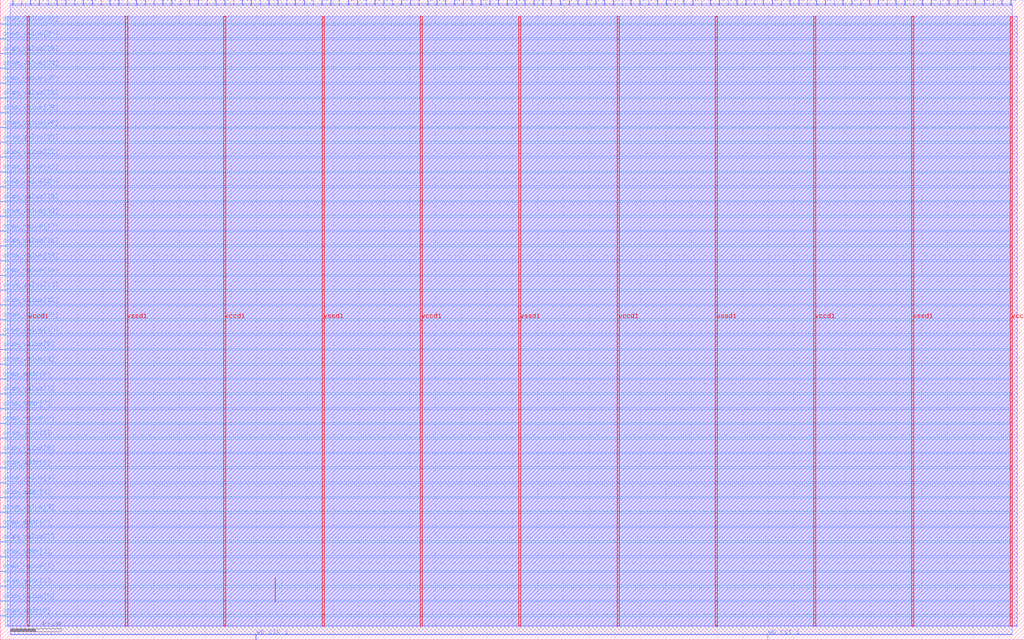
<source format=lef>
VERSION 5.7 ;
  NOWIREEXTENSIONATPIN ON ;
  DIVIDERCHAR "/" ;
  BUSBITCHARS "[]" ;
MACRO wrapped_tms1x00
  CLASS BLOCK ;
  FOREIGN wrapped_tms1x00 ;
  ORIGIN 0.000 0.000 ;
  SIZE 800.000 BY 500.000 ;
  PIN io_in[0]
    DIRECTION INPUT ;
    USE SIGNAL ;
    PORT
      LAYER met2 ;
        RECT 9.750 496.000 10.030 500.000 ;
    END
  END io_in[0]
  PIN io_in[10]
    DIRECTION INPUT ;
    USE SIGNAL ;
    PORT
      LAYER met2 ;
        RECT 216.750 496.000 217.030 500.000 ;
    END
  END io_in[10]
  PIN io_in[11]
    DIRECTION INPUT ;
    USE SIGNAL ;
    PORT
      LAYER met2 ;
        RECT 237.450 496.000 237.730 500.000 ;
    END
  END io_in[11]
  PIN io_in[12]
    DIRECTION INPUT ;
    USE SIGNAL ;
    PORT
      LAYER met2 ;
        RECT 258.150 496.000 258.430 500.000 ;
    END
  END io_in[12]
  PIN io_in[13]
    DIRECTION INPUT ;
    USE SIGNAL ;
    PORT
      LAYER met2 ;
        RECT 278.850 496.000 279.130 500.000 ;
    END
  END io_in[13]
  PIN io_in[14]
    DIRECTION INPUT ;
    USE SIGNAL ;
    PORT
      LAYER met2 ;
        RECT 299.550 496.000 299.830 500.000 ;
    END
  END io_in[14]
  PIN io_in[15]
    DIRECTION INPUT ;
    USE SIGNAL ;
    PORT
      LAYER met2 ;
        RECT 320.250 496.000 320.530 500.000 ;
    END
  END io_in[15]
  PIN io_in[16]
    DIRECTION INPUT ;
    USE SIGNAL ;
    PORT
      LAYER met2 ;
        RECT 340.950 496.000 341.230 500.000 ;
    END
  END io_in[16]
  PIN io_in[17]
    DIRECTION INPUT ;
    USE SIGNAL ;
    PORT
      LAYER met2 ;
        RECT 361.650 496.000 361.930 500.000 ;
    END
  END io_in[17]
  PIN io_in[18]
    DIRECTION INPUT ;
    USE SIGNAL ;
    PORT
      LAYER met2 ;
        RECT 382.350 496.000 382.630 500.000 ;
    END
  END io_in[18]
  PIN io_in[19]
    DIRECTION INPUT ;
    USE SIGNAL ;
    PORT
      LAYER met2 ;
        RECT 403.050 496.000 403.330 500.000 ;
    END
  END io_in[19]
  PIN io_in[1]
    DIRECTION INPUT ;
    USE SIGNAL ;
    PORT
      LAYER met2 ;
        RECT 30.450 496.000 30.730 500.000 ;
    END
  END io_in[1]
  PIN io_in[20]
    DIRECTION INPUT ;
    USE SIGNAL ;
    PORT
      LAYER met2 ;
        RECT 423.750 496.000 424.030 500.000 ;
    END
  END io_in[20]
  PIN io_in[21]
    DIRECTION INPUT ;
    USE SIGNAL ;
    PORT
      LAYER met2 ;
        RECT 444.450 496.000 444.730 500.000 ;
    END
  END io_in[21]
  PIN io_in[22]
    DIRECTION INPUT ;
    USE SIGNAL ;
    PORT
      LAYER met2 ;
        RECT 465.150 496.000 465.430 500.000 ;
    END
  END io_in[22]
  PIN io_in[23]
    DIRECTION INPUT ;
    USE SIGNAL ;
    PORT
      LAYER met2 ;
        RECT 485.850 496.000 486.130 500.000 ;
    END
  END io_in[23]
  PIN io_in[24]
    DIRECTION INPUT ;
    USE SIGNAL ;
    PORT
      LAYER met2 ;
        RECT 506.550 496.000 506.830 500.000 ;
    END
  END io_in[24]
  PIN io_in[25]
    DIRECTION INPUT ;
    USE SIGNAL ;
    PORT
      LAYER met2 ;
        RECT 527.250 496.000 527.530 500.000 ;
    END
  END io_in[25]
  PIN io_in[26]
    DIRECTION INPUT ;
    USE SIGNAL ;
    PORT
      LAYER met2 ;
        RECT 547.950 496.000 548.230 500.000 ;
    END
  END io_in[26]
  PIN io_in[27]
    DIRECTION INPUT ;
    USE SIGNAL ;
    PORT
      LAYER met2 ;
        RECT 568.650 496.000 568.930 500.000 ;
    END
  END io_in[27]
  PIN io_in[28]
    DIRECTION INPUT ;
    USE SIGNAL ;
    PORT
      LAYER met2 ;
        RECT 589.350 496.000 589.630 500.000 ;
    END
  END io_in[28]
  PIN io_in[29]
    DIRECTION INPUT ;
    USE SIGNAL ;
    PORT
      LAYER met2 ;
        RECT 610.050 496.000 610.330 500.000 ;
    END
  END io_in[29]
  PIN io_in[2]
    DIRECTION INPUT ;
    USE SIGNAL ;
    PORT
      LAYER met2 ;
        RECT 51.150 496.000 51.430 500.000 ;
    END
  END io_in[2]
  PIN io_in[30]
    DIRECTION INPUT ;
    USE SIGNAL ;
    PORT
      LAYER met2 ;
        RECT 630.750 496.000 631.030 500.000 ;
    END
  END io_in[30]
  PIN io_in[31]
    DIRECTION INPUT ;
    USE SIGNAL ;
    PORT
      LAYER met2 ;
        RECT 651.450 496.000 651.730 500.000 ;
    END
  END io_in[31]
  PIN io_in[32]
    DIRECTION INPUT ;
    USE SIGNAL ;
    PORT
      LAYER met2 ;
        RECT 672.150 496.000 672.430 500.000 ;
    END
  END io_in[32]
  PIN io_in[33]
    DIRECTION INPUT ;
    USE SIGNAL ;
    PORT
      LAYER met2 ;
        RECT 692.850 496.000 693.130 500.000 ;
    END
  END io_in[33]
  PIN io_in[34]
    DIRECTION INPUT ;
    USE SIGNAL ;
    PORT
      LAYER met2 ;
        RECT 713.550 496.000 713.830 500.000 ;
    END
  END io_in[34]
  PIN io_in[35]
    DIRECTION INPUT ;
    USE SIGNAL ;
    PORT
      LAYER met2 ;
        RECT 734.250 496.000 734.530 500.000 ;
    END
  END io_in[35]
  PIN io_in[36]
    DIRECTION INPUT ;
    USE SIGNAL ;
    PORT
      LAYER met2 ;
        RECT 754.950 496.000 755.230 500.000 ;
    END
  END io_in[36]
  PIN io_in[37]
    DIRECTION INPUT ;
    USE SIGNAL ;
    PORT
      LAYER met2 ;
        RECT 775.650 496.000 775.930 500.000 ;
    END
  END io_in[37]
  PIN io_in[3]
    DIRECTION INPUT ;
    USE SIGNAL ;
    PORT
      LAYER met2 ;
        RECT 71.850 496.000 72.130 500.000 ;
    END
  END io_in[3]
  PIN io_in[4]
    DIRECTION INPUT ;
    USE SIGNAL ;
    PORT
      LAYER met2 ;
        RECT 92.550 496.000 92.830 500.000 ;
    END
  END io_in[4]
  PIN io_in[5]
    DIRECTION INPUT ;
    USE SIGNAL ;
    PORT
      LAYER met2 ;
        RECT 113.250 496.000 113.530 500.000 ;
    END
  END io_in[5]
  PIN io_in[6]
    DIRECTION INPUT ;
    USE SIGNAL ;
    PORT
      LAYER met2 ;
        RECT 133.950 496.000 134.230 500.000 ;
    END
  END io_in[6]
  PIN io_in[7]
    DIRECTION INPUT ;
    USE SIGNAL ;
    PORT
      LAYER met2 ;
        RECT 154.650 496.000 154.930 500.000 ;
    END
  END io_in[7]
  PIN io_in[8]
    DIRECTION INPUT ;
    USE SIGNAL ;
    PORT
      LAYER met2 ;
        RECT 175.350 496.000 175.630 500.000 ;
    END
  END io_in[8]
  PIN io_in[9]
    DIRECTION INPUT ;
    USE SIGNAL ;
    PORT
      LAYER met2 ;
        RECT 196.050 496.000 196.330 500.000 ;
    END
  END io_in[9]
  PIN io_oeb[0]
    DIRECTION OUTPUT TRISTATE ;
    USE SIGNAL ;
    PORT
      LAYER met2 ;
        RECT 16.650 496.000 16.930 500.000 ;
    END
  END io_oeb[0]
  PIN io_oeb[10]
    DIRECTION OUTPUT TRISTATE ;
    USE SIGNAL ;
    PORT
      LAYER met2 ;
        RECT 223.650 496.000 223.930 500.000 ;
    END
  END io_oeb[10]
  PIN io_oeb[11]
    DIRECTION OUTPUT TRISTATE ;
    USE SIGNAL ;
    PORT
      LAYER met2 ;
        RECT 244.350 496.000 244.630 500.000 ;
    END
  END io_oeb[11]
  PIN io_oeb[12]
    DIRECTION OUTPUT TRISTATE ;
    USE SIGNAL ;
    PORT
      LAYER met2 ;
        RECT 265.050 496.000 265.330 500.000 ;
    END
  END io_oeb[12]
  PIN io_oeb[13]
    DIRECTION OUTPUT TRISTATE ;
    USE SIGNAL ;
    PORT
      LAYER met2 ;
        RECT 285.750 496.000 286.030 500.000 ;
    END
  END io_oeb[13]
  PIN io_oeb[14]
    DIRECTION OUTPUT TRISTATE ;
    USE SIGNAL ;
    PORT
      LAYER met2 ;
        RECT 306.450 496.000 306.730 500.000 ;
    END
  END io_oeb[14]
  PIN io_oeb[15]
    DIRECTION OUTPUT TRISTATE ;
    USE SIGNAL ;
    PORT
      LAYER met2 ;
        RECT 327.150 496.000 327.430 500.000 ;
    END
  END io_oeb[15]
  PIN io_oeb[16]
    DIRECTION OUTPUT TRISTATE ;
    USE SIGNAL ;
    PORT
      LAYER met2 ;
        RECT 347.850 496.000 348.130 500.000 ;
    END
  END io_oeb[16]
  PIN io_oeb[17]
    DIRECTION OUTPUT TRISTATE ;
    USE SIGNAL ;
    PORT
      LAYER met2 ;
        RECT 368.550 496.000 368.830 500.000 ;
    END
  END io_oeb[17]
  PIN io_oeb[18]
    DIRECTION OUTPUT TRISTATE ;
    USE SIGNAL ;
    PORT
      LAYER met2 ;
        RECT 389.250 496.000 389.530 500.000 ;
    END
  END io_oeb[18]
  PIN io_oeb[19]
    DIRECTION OUTPUT TRISTATE ;
    USE SIGNAL ;
    PORT
      LAYER met2 ;
        RECT 409.950 496.000 410.230 500.000 ;
    END
  END io_oeb[19]
  PIN io_oeb[1]
    DIRECTION OUTPUT TRISTATE ;
    USE SIGNAL ;
    PORT
      LAYER met2 ;
        RECT 37.350 496.000 37.630 500.000 ;
    END
  END io_oeb[1]
  PIN io_oeb[20]
    DIRECTION OUTPUT TRISTATE ;
    USE SIGNAL ;
    PORT
      LAYER met2 ;
        RECT 430.650 496.000 430.930 500.000 ;
    END
  END io_oeb[20]
  PIN io_oeb[21]
    DIRECTION OUTPUT TRISTATE ;
    USE SIGNAL ;
    PORT
      LAYER met2 ;
        RECT 451.350 496.000 451.630 500.000 ;
    END
  END io_oeb[21]
  PIN io_oeb[22]
    DIRECTION OUTPUT TRISTATE ;
    USE SIGNAL ;
    PORT
      LAYER met2 ;
        RECT 472.050 496.000 472.330 500.000 ;
    END
  END io_oeb[22]
  PIN io_oeb[23]
    DIRECTION OUTPUT TRISTATE ;
    USE SIGNAL ;
    PORT
      LAYER met2 ;
        RECT 492.750 496.000 493.030 500.000 ;
    END
  END io_oeb[23]
  PIN io_oeb[24]
    DIRECTION OUTPUT TRISTATE ;
    USE SIGNAL ;
    PORT
      LAYER met2 ;
        RECT 513.450 496.000 513.730 500.000 ;
    END
  END io_oeb[24]
  PIN io_oeb[25]
    DIRECTION OUTPUT TRISTATE ;
    USE SIGNAL ;
    PORT
      LAYER met2 ;
        RECT 534.150 496.000 534.430 500.000 ;
    END
  END io_oeb[25]
  PIN io_oeb[26]
    DIRECTION OUTPUT TRISTATE ;
    USE SIGNAL ;
    PORT
      LAYER met2 ;
        RECT 554.850 496.000 555.130 500.000 ;
    END
  END io_oeb[26]
  PIN io_oeb[27]
    DIRECTION OUTPUT TRISTATE ;
    USE SIGNAL ;
    PORT
      LAYER met2 ;
        RECT 575.550 496.000 575.830 500.000 ;
    END
  END io_oeb[27]
  PIN io_oeb[28]
    DIRECTION OUTPUT TRISTATE ;
    USE SIGNAL ;
    PORT
      LAYER met2 ;
        RECT 596.250 496.000 596.530 500.000 ;
    END
  END io_oeb[28]
  PIN io_oeb[29]
    DIRECTION OUTPUT TRISTATE ;
    USE SIGNAL ;
    PORT
      LAYER met2 ;
        RECT 616.950 496.000 617.230 500.000 ;
    END
  END io_oeb[29]
  PIN io_oeb[2]
    DIRECTION OUTPUT TRISTATE ;
    USE SIGNAL ;
    PORT
      LAYER met2 ;
        RECT 58.050 496.000 58.330 500.000 ;
    END
  END io_oeb[2]
  PIN io_oeb[30]
    DIRECTION OUTPUT TRISTATE ;
    USE SIGNAL ;
    PORT
      LAYER met2 ;
        RECT 637.650 496.000 637.930 500.000 ;
    END
  END io_oeb[30]
  PIN io_oeb[31]
    DIRECTION OUTPUT TRISTATE ;
    USE SIGNAL ;
    PORT
      LAYER met2 ;
        RECT 658.350 496.000 658.630 500.000 ;
    END
  END io_oeb[31]
  PIN io_oeb[32]
    DIRECTION OUTPUT TRISTATE ;
    USE SIGNAL ;
    PORT
      LAYER met2 ;
        RECT 679.050 496.000 679.330 500.000 ;
    END
  END io_oeb[32]
  PIN io_oeb[33]
    DIRECTION OUTPUT TRISTATE ;
    USE SIGNAL ;
    PORT
      LAYER met2 ;
        RECT 699.750 496.000 700.030 500.000 ;
    END
  END io_oeb[33]
  PIN io_oeb[34]
    DIRECTION OUTPUT TRISTATE ;
    USE SIGNAL ;
    PORT
      LAYER met2 ;
        RECT 720.450 496.000 720.730 500.000 ;
    END
  END io_oeb[34]
  PIN io_oeb[35]
    DIRECTION OUTPUT TRISTATE ;
    USE SIGNAL ;
    PORT
      LAYER met2 ;
        RECT 741.150 496.000 741.430 500.000 ;
    END
  END io_oeb[35]
  PIN io_oeb[36]
    DIRECTION OUTPUT TRISTATE ;
    USE SIGNAL ;
    PORT
      LAYER met2 ;
        RECT 761.850 496.000 762.130 500.000 ;
    END
  END io_oeb[36]
  PIN io_oeb[37]
    DIRECTION OUTPUT TRISTATE ;
    USE SIGNAL ;
    PORT
      LAYER met2 ;
        RECT 782.550 496.000 782.830 500.000 ;
    END
  END io_oeb[37]
  PIN io_oeb[3]
    DIRECTION OUTPUT TRISTATE ;
    USE SIGNAL ;
    PORT
      LAYER met2 ;
        RECT 78.750 496.000 79.030 500.000 ;
    END
  END io_oeb[3]
  PIN io_oeb[4]
    DIRECTION OUTPUT TRISTATE ;
    USE SIGNAL ;
    PORT
      LAYER met2 ;
        RECT 99.450 496.000 99.730 500.000 ;
    END
  END io_oeb[4]
  PIN io_oeb[5]
    DIRECTION OUTPUT TRISTATE ;
    USE SIGNAL ;
    PORT
      LAYER met2 ;
        RECT 120.150 496.000 120.430 500.000 ;
    END
  END io_oeb[5]
  PIN io_oeb[6]
    DIRECTION OUTPUT TRISTATE ;
    USE SIGNAL ;
    PORT
      LAYER met2 ;
        RECT 140.850 496.000 141.130 500.000 ;
    END
  END io_oeb[6]
  PIN io_oeb[7]
    DIRECTION OUTPUT TRISTATE ;
    USE SIGNAL ;
    PORT
      LAYER met2 ;
        RECT 161.550 496.000 161.830 500.000 ;
    END
  END io_oeb[7]
  PIN io_oeb[8]
    DIRECTION OUTPUT TRISTATE ;
    USE SIGNAL ;
    PORT
      LAYER met2 ;
        RECT 182.250 496.000 182.530 500.000 ;
    END
  END io_oeb[8]
  PIN io_oeb[9]
    DIRECTION OUTPUT TRISTATE ;
    USE SIGNAL ;
    PORT
      LAYER met2 ;
        RECT 202.950 496.000 203.230 500.000 ;
    END
  END io_oeb[9]
  PIN io_out[0]
    DIRECTION OUTPUT TRISTATE ;
    USE SIGNAL ;
    PORT
      LAYER met2 ;
        RECT 23.550 496.000 23.830 500.000 ;
    END
  END io_out[0]
  PIN io_out[10]
    DIRECTION OUTPUT TRISTATE ;
    USE SIGNAL ;
    PORT
      LAYER met2 ;
        RECT 230.550 496.000 230.830 500.000 ;
    END
  END io_out[10]
  PIN io_out[11]
    DIRECTION OUTPUT TRISTATE ;
    USE SIGNAL ;
    PORT
      LAYER met2 ;
        RECT 251.250 496.000 251.530 500.000 ;
    END
  END io_out[11]
  PIN io_out[12]
    DIRECTION OUTPUT TRISTATE ;
    USE SIGNAL ;
    PORT
      LAYER met2 ;
        RECT 271.950 496.000 272.230 500.000 ;
    END
  END io_out[12]
  PIN io_out[13]
    DIRECTION OUTPUT TRISTATE ;
    USE SIGNAL ;
    PORT
      LAYER met2 ;
        RECT 292.650 496.000 292.930 500.000 ;
    END
  END io_out[13]
  PIN io_out[14]
    DIRECTION OUTPUT TRISTATE ;
    USE SIGNAL ;
    PORT
      LAYER met2 ;
        RECT 313.350 496.000 313.630 500.000 ;
    END
  END io_out[14]
  PIN io_out[15]
    DIRECTION OUTPUT TRISTATE ;
    USE SIGNAL ;
    PORT
      LAYER met2 ;
        RECT 334.050 496.000 334.330 500.000 ;
    END
  END io_out[15]
  PIN io_out[16]
    DIRECTION OUTPUT TRISTATE ;
    USE SIGNAL ;
    PORT
      LAYER met2 ;
        RECT 354.750 496.000 355.030 500.000 ;
    END
  END io_out[16]
  PIN io_out[17]
    DIRECTION OUTPUT TRISTATE ;
    USE SIGNAL ;
    PORT
      LAYER met2 ;
        RECT 375.450 496.000 375.730 500.000 ;
    END
  END io_out[17]
  PIN io_out[18]
    DIRECTION OUTPUT TRISTATE ;
    USE SIGNAL ;
    PORT
      LAYER met2 ;
        RECT 396.150 496.000 396.430 500.000 ;
    END
  END io_out[18]
  PIN io_out[19]
    DIRECTION OUTPUT TRISTATE ;
    USE SIGNAL ;
    PORT
      LAYER met2 ;
        RECT 416.850 496.000 417.130 500.000 ;
    END
  END io_out[19]
  PIN io_out[1]
    DIRECTION OUTPUT TRISTATE ;
    USE SIGNAL ;
    PORT
      LAYER met2 ;
        RECT 44.250 496.000 44.530 500.000 ;
    END
  END io_out[1]
  PIN io_out[20]
    DIRECTION OUTPUT TRISTATE ;
    USE SIGNAL ;
    PORT
      LAYER met2 ;
        RECT 437.550 496.000 437.830 500.000 ;
    END
  END io_out[20]
  PIN io_out[21]
    DIRECTION OUTPUT TRISTATE ;
    USE SIGNAL ;
    PORT
      LAYER met2 ;
        RECT 458.250 496.000 458.530 500.000 ;
    END
  END io_out[21]
  PIN io_out[22]
    DIRECTION OUTPUT TRISTATE ;
    USE SIGNAL ;
    PORT
      LAYER met2 ;
        RECT 478.950 496.000 479.230 500.000 ;
    END
  END io_out[22]
  PIN io_out[23]
    DIRECTION OUTPUT TRISTATE ;
    USE SIGNAL ;
    PORT
      LAYER met2 ;
        RECT 499.650 496.000 499.930 500.000 ;
    END
  END io_out[23]
  PIN io_out[24]
    DIRECTION OUTPUT TRISTATE ;
    USE SIGNAL ;
    PORT
      LAYER met2 ;
        RECT 520.350 496.000 520.630 500.000 ;
    END
  END io_out[24]
  PIN io_out[25]
    DIRECTION OUTPUT TRISTATE ;
    USE SIGNAL ;
    PORT
      LAYER met2 ;
        RECT 541.050 496.000 541.330 500.000 ;
    END
  END io_out[25]
  PIN io_out[26]
    DIRECTION OUTPUT TRISTATE ;
    USE SIGNAL ;
    PORT
      LAYER met2 ;
        RECT 561.750 496.000 562.030 500.000 ;
    END
  END io_out[26]
  PIN io_out[27]
    DIRECTION OUTPUT TRISTATE ;
    USE SIGNAL ;
    PORT
      LAYER met2 ;
        RECT 582.450 496.000 582.730 500.000 ;
    END
  END io_out[27]
  PIN io_out[28]
    DIRECTION OUTPUT TRISTATE ;
    USE SIGNAL ;
    PORT
      LAYER met2 ;
        RECT 603.150 496.000 603.430 500.000 ;
    END
  END io_out[28]
  PIN io_out[29]
    DIRECTION OUTPUT TRISTATE ;
    USE SIGNAL ;
    PORT
      LAYER met2 ;
        RECT 623.850 496.000 624.130 500.000 ;
    END
  END io_out[29]
  PIN io_out[2]
    DIRECTION OUTPUT TRISTATE ;
    USE SIGNAL ;
    PORT
      LAYER met2 ;
        RECT 64.950 496.000 65.230 500.000 ;
    END
  END io_out[2]
  PIN io_out[30]
    DIRECTION OUTPUT TRISTATE ;
    USE SIGNAL ;
    PORT
      LAYER met2 ;
        RECT 644.550 496.000 644.830 500.000 ;
    END
  END io_out[30]
  PIN io_out[31]
    DIRECTION OUTPUT TRISTATE ;
    USE SIGNAL ;
    PORT
      LAYER met2 ;
        RECT 665.250 496.000 665.530 500.000 ;
    END
  END io_out[31]
  PIN io_out[32]
    DIRECTION OUTPUT TRISTATE ;
    USE SIGNAL ;
    PORT
      LAYER met2 ;
        RECT 685.950 496.000 686.230 500.000 ;
    END
  END io_out[32]
  PIN io_out[33]
    DIRECTION OUTPUT TRISTATE ;
    USE SIGNAL ;
    PORT
      LAYER met2 ;
        RECT 706.650 496.000 706.930 500.000 ;
    END
  END io_out[33]
  PIN io_out[34]
    DIRECTION OUTPUT TRISTATE ;
    USE SIGNAL ;
    PORT
      LAYER met2 ;
        RECT 727.350 496.000 727.630 500.000 ;
    END
  END io_out[34]
  PIN io_out[35]
    DIRECTION OUTPUT TRISTATE ;
    USE SIGNAL ;
    PORT
      LAYER met2 ;
        RECT 748.050 496.000 748.330 500.000 ;
    END
  END io_out[35]
  PIN io_out[36]
    DIRECTION OUTPUT TRISTATE ;
    USE SIGNAL ;
    PORT
      LAYER met2 ;
        RECT 768.750 496.000 769.030 500.000 ;
    END
  END io_out[36]
  PIN io_out[37]
    DIRECTION OUTPUT TRISTATE ;
    USE SIGNAL ;
    PORT
      LAYER met2 ;
        RECT 789.450 496.000 789.730 500.000 ;
    END
  END io_out[37]
  PIN io_out[3]
    DIRECTION OUTPUT TRISTATE ;
    USE SIGNAL ;
    PORT
      LAYER met2 ;
        RECT 85.650 496.000 85.930 500.000 ;
    END
  END io_out[3]
  PIN io_out[4]
    DIRECTION OUTPUT TRISTATE ;
    USE SIGNAL ;
    PORT
      LAYER met2 ;
        RECT 106.350 496.000 106.630 500.000 ;
    END
  END io_out[4]
  PIN io_out[5]
    DIRECTION OUTPUT TRISTATE ;
    USE SIGNAL ;
    PORT
      LAYER met2 ;
        RECT 127.050 496.000 127.330 500.000 ;
    END
  END io_out[5]
  PIN io_out[6]
    DIRECTION OUTPUT TRISTATE ;
    USE SIGNAL ;
    PORT
      LAYER met2 ;
        RECT 147.750 496.000 148.030 500.000 ;
    END
  END io_out[6]
  PIN io_out[7]
    DIRECTION OUTPUT TRISTATE ;
    USE SIGNAL ;
    PORT
      LAYER met2 ;
        RECT 168.450 496.000 168.730 500.000 ;
    END
  END io_out[7]
  PIN io_out[8]
    DIRECTION OUTPUT TRISTATE ;
    USE SIGNAL ;
    PORT
      LAYER met2 ;
        RECT 189.150 496.000 189.430 500.000 ;
    END
  END io_out[8]
  PIN io_out[9]
    DIRECTION OUTPUT TRISTATE ;
    USE SIGNAL ;
    PORT
      LAYER met2 ;
        RECT 209.850 496.000 210.130 500.000 ;
    END
  END io_out[9]
  PIN oram_addr[0]
    DIRECTION OUTPUT TRISTATE ;
    USE SIGNAL ;
    PORT
      LAYER met3 ;
        RECT 0.000 18.400 4.000 19.000 ;
    END
  END oram_addr[0]
  PIN oram_addr[1]
    DIRECTION OUTPUT TRISTATE ;
    USE SIGNAL ;
    PORT
      LAYER met3 ;
        RECT 0.000 41.520 4.000 42.120 ;
    END
  END oram_addr[1]
  PIN oram_addr[2]
    DIRECTION OUTPUT TRISTATE ;
    USE SIGNAL ;
    PORT
      LAYER met3 ;
        RECT 0.000 64.640 4.000 65.240 ;
    END
  END oram_addr[2]
  PIN oram_addr[3]
    DIRECTION OUTPUT TRISTATE ;
    USE SIGNAL ;
    PORT
      LAYER met3 ;
        RECT 0.000 87.760 4.000 88.360 ;
    END
  END oram_addr[3]
  PIN oram_addr[4]
    DIRECTION OUTPUT TRISTATE ;
    USE SIGNAL ;
    PORT
      LAYER met3 ;
        RECT 0.000 110.880 4.000 111.480 ;
    END
  END oram_addr[4]
  PIN oram_addr[5]
    DIRECTION OUTPUT TRISTATE ;
    USE SIGNAL ;
    PORT
      LAYER met3 ;
        RECT 0.000 134.000 4.000 134.600 ;
    END
  END oram_addr[5]
  PIN oram_addr[6]
    DIRECTION OUTPUT TRISTATE ;
    USE SIGNAL ;
    PORT
      LAYER met3 ;
        RECT 0.000 157.120 4.000 157.720 ;
    END
  END oram_addr[6]
  PIN oram_addr[7]
    DIRECTION OUTPUT TRISTATE ;
    USE SIGNAL ;
    PORT
      LAYER met3 ;
        RECT 0.000 180.240 4.000 180.840 ;
    END
  END oram_addr[7]
  PIN oram_addr[8]
    DIRECTION OUTPUT TRISTATE ;
    USE SIGNAL ;
    PORT
      LAYER met3 ;
        RECT 0.000 203.360 4.000 203.960 ;
    END
  END oram_addr[8]
  PIN oram_value[0]
    DIRECTION INPUT ;
    USE SIGNAL ;
    PORT
      LAYER met3 ;
        RECT 0.000 29.960 4.000 30.560 ;
    END
  END oram_value[0]
  PIN oram_value[10]
    DIRECTION INPUT ;
    USE SIGNAL ;
    PORT
      LAYER met3 ;
        RECT 0.000 238.040 4.000 238.640 ;
    END
  END oram_value[10]
  PIN oram_value[11]
    DIRECTION INPUT ;
    USE SIGNAL ;
    PORT
      LAYER met3 ;
        RECT 0.000 249.600 4.000 250.200 ;
    END
  END oram_value[11]
  PIN oram_value[12]
    DIRECTION INPUT ;
    USE SIGNAL ;
    PORT
      LAYER met3 ;
        RECT 0.000 261.160 4.000 261.760 ;
    END
  END oram_value[12]
  PIN oram_value[13]
    DIRECTION INPUT ;
    USE SIGNAL ;
    PORT
      LAYER met3 ;
        RECT 0.000 272.720 4.000 273.320 ;
    END
  END oram_value[13]
  PIN oram_value[14]
    DIRECTION INPUT ;
    USE SIGNAL ;
    PORT
      LAYER met3 ;
        RECT 0.000 284.280 4.000 284.880 ;
    END
  END oram_value[14]
  PIN oram_value[15]
    DIRECTION INPUT ;
    USE SIGNAL ;
    PORT
      LAYER met3 ;
        RECT 0.000 295.840 4.000 296.440 ;
    END
  END oram_value[15]
  PIN oram_value[16]
    DIRECTION INPUT ;
    USE SIGNAL ;
    PORT
      LAYER met3 ;
        RECT 0.000 307.400 4.000 308.000 ;
    END
  END oram_value[16]
  PIN oram_value[17]
    DIRECTION INPUT ;
    USE SIGNAL ;
    PORT
      LAYER met3 ;
        RECT 0.000 318.960 4.000 319.560 ;
    END
  END oram_value[17]
  PIN oram_value[18]
    DIRECTION INPUT ;
    USE SIGNAL ;
    PORT
      LAYER met3 ;
        RECT 0.000 330.520 4.000 331.120 ;
    END
  END oram_value[18]
  PIN oram_value[19]
    DIRECTION INPUT ;
    USE SIGNAL ;
    PORT
      LAYER met3 ;
        RECT 0.000 342.080 4.000 342.680 ;
    END
  END oram_value[19]
  PIN oram_value[1]
    DIRECTION INPUT ;
    USE SIGNAL ;
    PORT
      LAYER met3 ;
        RECT 0.000 53.080 4.000 53.680 ;
    END
  END oram_value[1]
  PIN oram_value[20]
    DIRECTION INPUT ;
    USE SIGNAL ;
    PORT
      LAYER met3 ;
        RECT 0.000 353.640 4.000 354.240 ;
    END
  END oram_value[20]
  PIN oram_value[21]
    DIRECTION INPUT ;
    USE SIGNAL ;
    PORT
      LAYER met3 ;
        RECT 0.000 365.200 4.000 365.800 ;
    END
  END oram_value[21]
  PIN oram_value[22]
    DIRECTION INPUT ;
    USE SIGNAL ;
    PORT
      LAYER met3 ;
        RECT 0.000 376.760 4.000 377.360 ;
    END
  END oram_value[22]
  PIN oram_value[23]
    DIRECTION INPUT ;
    USE SIGNAL ;
    PORT
      LAYER met3 ;
        RECT 0.000 388.320 4.000 388.920 ;
    END
  END oram_value[23]
  PIN oram_value[24]
    DIRECTION INPUT ;
    USE SIGNAL ;
    PORT
      LAYER met3 ;
        RECT 0.000 399.880 4.000 400.480 ;
    END
  END oram_value[24]
  PIN oram_value[25]
    DIRECTION INPUT ;
    USE SIGNAL ;
    PORT
      LAYER met3 ;
        RECT 0.000 411.440 4.000 412.040 ;
    END
  END oram_value[25]
  PIN oram_value[26]
    DIRECTION INPUT ;
    USE SIGNAL ;
    PORT
      LAYER met3 ;
        RECT 0.000 423.000 4.000 423.600 ;
    END
  END oram_value[26]
  PIN oram_value[27]
    DIRECTION INPUT ;
    USE SIGNAL ;
    PORT
      LAYER met3 ;
        RECT 0.000 434.560 4.000 435.160 ;
    END
  END oram_value[27]
  PIN oram_value[28]
    DIRECTION INPUT ;
    USE SIGNAL ;
    PORT
      LAYER met3 ;
        RECT 0.000 446.120 4.000 446.720 ;
    END
  END oram_value[28]
  PIN oram_value[29]
    DIRECTION INPUT ;
    USE SIGNAL ;
    PORT
      LAYER met3 ;
        RECT 0.000 457.680 4.000 458.280 ;
    END
  END oram_value[29]
  PIN oram_value[2]
    DIRECTION INPUT ;
    USE SIGNAL ;
    PORT
      LAYER met3 ;
        RECT 0.000 76.200 4.000 76.800 ;
    END
  END oram_value[2]
  PIN oram_value[30]
    DIRECTION INPUT ;
    USE SIGNAL ;
    PORT
      LAYER met3 ;
        RECT 0.000 469.240 4.000 469.840 ;
    END
  END oram_value[30]
  PIN oram_value[31]
    DIRECTION INPUT ;
    USE SIGNAL ;
    PORT
      LAYER met3 ;
        RECT 0.000 480.800 4.000 481.400 ;
    END
  END oram_value[31]
  PIN oram_value[3]
    DIRECTION INPUT ;
    USE SIGNAL ;
    PORT
      LAYER met3 ;
        RECT 0.000 99.320 4.000 99.920 ;
    END
  END oram_value[3]
  PIN oram_value[4]
    DIRECTION INPUT ;
    USE SIGNAL ;
    PORT
      LAYER met3 ;
        RECT 0.000 122.440 4.000 123.040 ;
    END
  END oram_value[4]
  PIN oram_value[5]
    DIRECTION INPUT ;
    USE SIGNAL ;
    PORT
      LAYER met3 ;
        RECT 0.000 145.560 4.000 146.160 ;
    END
  END oram_value[5]
  PIN oram_value[6]
    DIRECTION INPUT ;
    USE SIGNAL ;
    PORT
      LAYER met3 ;
        RECT 0.000 168.680 4.000 169.280 ;
    END
  END oram_value[6]
  PIN oram_value[7]
    DIRECTION INPUT ;
    USE SIGNAL ;
    PORT
      LAYER met3 ;
        RECT 0.000 191.800 4.000 192.400 ;
    END
  END oram_value[7]
  PIN oram_value[8]
    DIRECTION INPUT ;
    USE SIGNAL ;
    PORT
      LAYER met3 ;
        RECT 0.000 214.920 4.000 215.520 ;
    END
  END oram_value[8]
  PIN oram_value[9]
    DIRECTION INPUT ;
    USE SIGNAL ;
    PORT
      LAYER met3 ;
        RECT 0.000 226.480 4.000 227.080 ;
    END
  END oram_value[9]
  PIN vccd1
    DIRECTION INOUT ;
    USE POWER ;
    PORT
      LAYER met4 ;
        RECT 21.040 10.640 22.640 487.120 ;
    END
    PORT
      LAYER met4 ;
        RECT 174.640 10.640 176.240 487.120 ;
    END
    PORT
      LAYER met4 ;
        RECT 328.240 10.640 329.840 487.120 ;
    END
    PORT
      LAYER met4 ;
        RECT 481.840 10.640 483.440 487.120 ;
    END
    PORT
      LAYER met4 ;
        RECT 635.440 10.640 637.040 487.120 ;
    END
    PORT
      LAYER met4 ;
        RECT 789.040 10.640 790.640 487.120 ;
    END
  END vccd1
  PIN vssd1
    DIRECTION INOUT ;
    USE GROUND ;
    PORT
      LAYER met4 ;
        RECT 97.840 10.640 99.440 487.120 ;
    END
    PORT
      LAYER met4 ;
        RECT 251.440 10.640 253.040 487.120 ;
    END
    PORT
      LAYER met4 ;
        RECT 405.040 10.640 406.640 487.120 ;
    END
    PORT
      LAYER met4 ;
        RECT 558.640 10.640 560.240 487.120 ;
    END
    PORT
      LAYER met4 ;
        RECT 712.240 10.640 713.840 487.120 ;
    END
  END vssd1
  PIN wb_clk_i
    DIRECTION INPUT ;
    USE SIGNAL ;
    PORT
      LAYER met2 ;
        RECT 199.730 0.000 200.010 4.000 ;
    END
  END wb_clk_i
  PIN wb_rst_i
    DIRECTION INPUT ;
    USE SIGNAL ;
    PORT
      LAYER met2 ;
        RECT 599.470 0.000 599.750 4.000 ;
    END
  END wb_rst_i
  OBS
      LAYER li1 ;
        RECT 5.520 10.795 794.420 486.965 ;
      LAYER met1 ;
        RECT 5.520 10.640 794.420 487.120 ;
      LAYER met2 ;
        RECT 7.910 495.720 9.470 496.810 ;
        RECT 10.310 495.720 16.370 496.810 ;
        RECT 17.210 495.720 23.270 496.810 ;
        RECT 24.110 495.720 30.170 496.810 ;
        RECT 31.010 495.720 37.070 496.810 ;
        RECT 37.910 495.720 43.970 496.810 ;
        RECT 44.810 495.720 50.870 496.810 ;
        RECT 51.710 495.720 57.770 496.810 ;
        RECT 58.610 495.720 64.670 496.810 ;
        RECT 65.510 495.720 71.570 496.810 ;
        RECT 72.410 495.720 78.470 496.810 ;
        RECT 79.310 495.720 85.370 496.810 ;
        RECT 86.210 495.720 92.270 496.810 ;
        RECT 93.110 495.720 99.170 496.810 ;
        RECT 100.010 495.720 106.070 496.810 ;
        RECT 106.910 495.720 112.970 496.810 ;
        RECT 113.810 495.720 119.870 496.810 ;
        RECT 120.710 495.720 126.770 496.810 ;
        RECT 127.610 495.720 133.670 496.810 ;
        RECT 134.510 495.720 140.570 496.810 ;
        RECT 141.410 495.720 147.470 496.810 ;
        RECT 148.310 495.720 154.370 496.810 ;
        RECT 155.210 495.720 161.270 496.810 ;
        RECT 162.110 495.720 168.170 496.810 ;
        RECT 169.010 495.720 175.070 496.810 ;
        RECT 175.910 495.720 181.970 496.810 ;
        RECT 182.810 495.720 188.870 496.810 ;
        RECT 189.710 495.720 195.770 496.810 ;
        RECT 196.610 495.720 202.670 496.810 ;
        RECT 203.510 495.720 209.570 496.810 ;
        RECT 210.410 495.720 216.470 496.810 ;
        RECT 217.310 495.720 223.370 496.810 ;
        RECT 224.210 495.720 230.270 496.810 ;
        RECT 231.110 495.720 237.170 496.810 ;
        RECT 238.010 495.720 244.070 496.810 ;
        RECT 244.910 495.720 250.970 496.810 ;
        RECT 251.810 495.720 257.870 496.810 ;
        RECT 258.710 495.720 264.770 496.810 ;
        RECT 265.610 495.720 271.670 496.810 ;
        RECT 272.510 495.720 278.570 496.810 ;
        RECT 279.410 495.720 285.470 496.810 ;
        RECT 286.310 495.720 292.370 496.810 ;
        RECT 293.210 495.720 299.270 496.810 ;
        RECT 300.110 495.720 306.170 496.810 ;
        RECT 307.010 495.720 313.070 496.810 ;
        RECT 313.910 495.720 319.970 496.810 ;
        RECT 320.810 495.720 326.870 496.810 ;
        RECT 327.710 495.720 333.770 496.810 ;
        RECT 334.610 495.720 340.670 496.810 ;
        RECT 341.510 495.720 347.570 496.810 ;
        RECT 348.410 495.720 354.470 496.810 ;
        RECT 355.310 495.720 361.370 496.810 ;
        RECT 362.210 495.720 368.270 496.810 ;
        RECT 369.110 495.720 375.170 496.810 ;
        RECT 376.010 495.720 382.070 496.810 ;
        RECT 382.910 495.720 388.970 496.810 ;
        RECT 389.810 495.720 395.870 496.810 ;
        RECT 396.710 495.720 402.770 496.810 ;
        RECT 403.610 495.720 409.670 496.810 ;
        RECT 410.510 495.720 416.570 496.810 ;
        RECT 417.410 495.720 423.470 496.810 ;
        RECT 424.310 495.720 430.370 496.810 ;
        RECT 431.210 495.720 437.270 496.810 ;
        RECT 438.110 495.720 444.170 496.810 ;
        RECT 445.010 495.720 451.070 496.810 ;
        RECT 451.910 495.720 457.970 496.810 ;
        RECT 458.810 495.720 464.870 496.810 ;
        RECT 465.710 495.720 471.770 496.810 ;
        RECT 472.610 495.720 478.670 496.810 ;
        RECT 479.510 495.720 485.570 496.810 ;
        RECT 486.410 495.720 492.470 496.810 ;
        RECT 493.310 495.720 499.370 496.810 ;
        RECT 500.210 495.720 506.270 496.810 ;
        RECT 507.110 495.720 513.170 496.810 ;
        RECT 514.010 495.720 520.070 496.810 ;
        RECT 520.910 495.720 526.970 496.810 ;
        RECT 527.810 495.720 533.870 496.810 ;
        RECT 534.710 495.720 540.770 496.810 ;
        RECT 541.610 495.720 547.670 496.810 ;
        RECT 548.510 495.720 554.570 496.810 ;
        RECT 555.410 495.720 561.470 496.810 ;
        RECT 562.310 495.720 568.370 496.810 ;
        RECT 569.210 495.720 575.270 496.810 ;
        RECT 576.110 495.720 582.170 496.810 ;
        RECT 583.010 495.720 589.070 496.810 ;
        RECT 589.910 495.720 595.970 496.810 ;
        RECT 596.810 495.720 602.870 496.810 ;
        RECT 603.710 495.720 609.770 496.810 ;
        RECT 610.610 495.720 616.670 496.810 ;
        RECT 617.510 495.720 623.570 496.810 ;
        RECT 624.410 495.720 630.470 496.810 ;
        RECT 631.310 495.720 637.370 496.810 ;
        RECT 638.210 495.720 644.270 496.810 ;
        RECT 645.110 495.720 651.170 496.810 ;
        RECT 652.010 495.720 658.070 496.810 ;
        RECT 658.910 495.720 664.970 496.810 ;
        RECT 665.810 495.720 671.870 496.810 ;
        RECT 672.710 495.720 678.770 496.810 ;
        RECT 679.610 495.720 685.670 496.810 ;
        RECT 686.510 495.720 692.570 496.810 ;
        RECT 693.410 495.720 699.470 496.810 ;
        RECT 700.310 495.720 706.370 496.810 ;
        RECT 707.210 495.720 713.270 496.810 ;
        RECT 714.110 495.720 720.170 496.810 ;
        RECT 721.010 495.720 727.070 496.810 ;
        RECT 727.910 495.720 733.970 496.810 ;
        RECT 734.810 495.720 740.870 496.810 ;
        RECT 741.710 495.720 747.770 496.810 ;
        RECT 748.610 495.720 754.670 496.810 ;
        RECT 755.510 495.720 761.570 496.810 ;
        RECT 762.410 495.720 768.470 496.810 ;
        RECT 769.310 495.720 775.370 496.810 ;
        RECT 776.210 495.720 782.270 496.810 ;
        RECT 783.110 495.720 789.170 496.810 ;
        RECT 790.010 495.720 790.610 496.810 ;
        RECT 7.910 4.280 790.610 495.720 ;
        RECT 7.910 4.000 199.450 4.280 ;
        RECT 200.290 4.000 599.190 4.280 ;
        RECT 600.030 4.000 790.610 4.280 ;
      LAYER met3 ;
        RECT 4.000 481.800 790.630 487.045 ;
        RECT 4.400 480.400 790.630 481.800 ;
        RECT 4.000 470.240 790.630 480.400 ;
        RECT 4.400 468.840 790.630 470.240 ;
        RECT 4.000 458.680 790.630 468.840 ;
        RECT 4.400 457.280 790.630 458.680 ;
        RECT 4.000 447.120 790.630 457.280 ;
        RECT 4.400 445.720 790.630 447.120 ;
        RECT 4.000 435.560 790.630 445.720 ;
        RECT 4.400 434.160 790.630 435.560 ;
        RECT 4.000 424.000 790.630 434.160 ;
        RECT 4.400 422.600 790.630 424.000 ;
        RECT 4.000 412.440 790.630 422.600 ;
        RECT 4.400 411.040 790.630 412.440 ;
        RECT 4.000 400.880 790.630 411.040 ;
        RECT 4.400 399.480 790.630 400.880 ;
        RECT 4.000 389.320 790.630 399.480 ;
        RECT 4.400 387.920 790.630 389.320 ;
        RECT 4.000 377.760 790.630 387.920 ;
        RECT 4.400 376.360 790.630 377.760 ;
        RECT 4.000 366.200 790.630 376.360 ;
        RECT 4.400 364.800 790.630 366.200 ;
        RECT 4.000 354.640 790.630 364.800 ;
        RECT 4.400 353.240 790.630 354.640 ;
        RECT 4.000 343.080 790.630 353.240 ;
        RECT 4.400 341.680 790.630 343.080 ;
        RECT 4.000 331.520 790.630 341.680 ;
        RECT 4.400 330.120 790.630 331.520 ;
        RECT 4.000 319.960 790.630 330.120 ;
        RECT 4.400 318.560 790.630 319.960 ;
        RECT 4.000 308.400 790.630 318.560 ;
        RECT 4.400 307.000 790.630 308.400 ;
        RECT 4.000 296.840 790.630 307.000 ;
        RECT 4.400 295.440 790.630 296.840 ;
        RECT 4.000 285.280 790.630 295.440 ;
        RECT 4.400 283.880 790.630 285.280 ;
        RECT 4.000 273.720 790.630 283.880 ;
        RECT 4.400 272.320 790.630 273.720 ;
        RECT 4.000 262.160 790.630 272.320 ;
        RECT 4.400 260.760 790.630 262.160 ;
        RECT 4.000 250.600 790.630 260.760 ;
        RECT 4.400 249.200 790.630 250.600 ;
        RECT 4.000 239.040 790.630 249.200 ;
        RECT 4.400 237.640 790.630 239.040 ;
        RECT 4.000 227.480 790.630 237.640 ;
        RECT 4.400 226.080 790.630 227.480 ;
        RECT 4.000 215.920 790.630 226.080 ;
        RECT 4.400 214.520 790.630 215.920 ;
        RECT 4.000 204.360 790.630 214.520 ;
        RECT 4.400 202.960 790.630 204.360 ;
        RECT 4.000 192.800 790.630 202.960 ;
        RECT 4.400 191.400 790.630 192.800 ;
        RECT 4.000 181.240 790.630 191.400 ;
        RECT 4.400 179.840 790.630 181.240 ;
        RECT 4.000 169.680 790.630 179.840 ;
        RECT 4.400 168.280 790.630 169.680 ;
        RECT 4.000 158.120 790.630 168.280 ;
        RECT 4.400 156.720 790.630 158.120 ;
        RECT 4.000 146.560 790.630 156.720 ;
        RECT 4.400 145.160 790.630 146.560 ;
        RECT 4.000 135.000 790.630 145.160 ;
        RECT 4.400 133.600 790.630 135.000 ;
        RECT 4.000 123.440 790.630 133.600 ;
        RECT 4.400 122.040 790.630 123.440 ;
        RECT 4.000 111.880 790.630 122.040 ;
        RECT 4.400 110.480 790.630 111.880 ;
        RECT 4.000 100.320 790.630 110.480 ;
        RECT 4.400 98.920 790.630 100.320 ;
        RECT 4.000 88.760 790.630 98.920 ;
        RECT 4.400 87.360 790.630 88.760 ;
        RECT 4.000 77.200 790.630 87.360 ;
        RECT 4.400 75.800 790.630 77.200 ;
        RECT 4.000 65.640 790.630 75.800 ;
        RECT 4.400 64.240 790.630 65.640 ;
        RECT 4.000 54.080 790.630 64.240 ;
        RECT 4.400 52.680 790.630 54.080 ;
        RECT 4.000 42.520 790.630 52.680 ;
        RECT 4.400 41.120 790.630 42.520 ;
        RECT 4.000 30.960 790.630 41.120 ;
        RECT 4.400 29.560 790.630 30.960 ;
        RECT 4.000 19.400 790.630 29.560 ;
        RECT 4.400 18.000 790.630 19.400 ;
        RECT 4.000 10.715 790.630 18.000 ;
      LAYER met4 ;
        RECT 214.655 29.415 214.985 48.785 ;
  END
END wrapped_tms1x00
END LIBRARY


</source>
